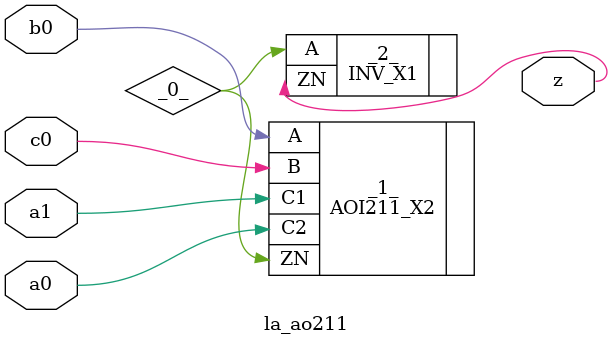
<source format=v>

/* Generated by Yosys 0.37 (git sha1 a5c7f69ed, clang 14.0.0-1ubuntu1.1 -fPIC -Os) */

module la_ao211(a0, a1, b0, c0, z);
  wire _0_;
  input a0;
  wire a0;
  input a1;
  wire a1;
  input b0;
  wire b0;
  input c0;
  wire c0;
  output z;
  wire z;
  AOI211_X2 _1_ (
    .A(b0),
    .B(c0),
    .C1(a1),
    .C2(a0),
    .ZN(_0_)
  );
  INV_X1 _2_ (
    .A(_0_),
    .ZN(z)
  );
endmodule

</source>
